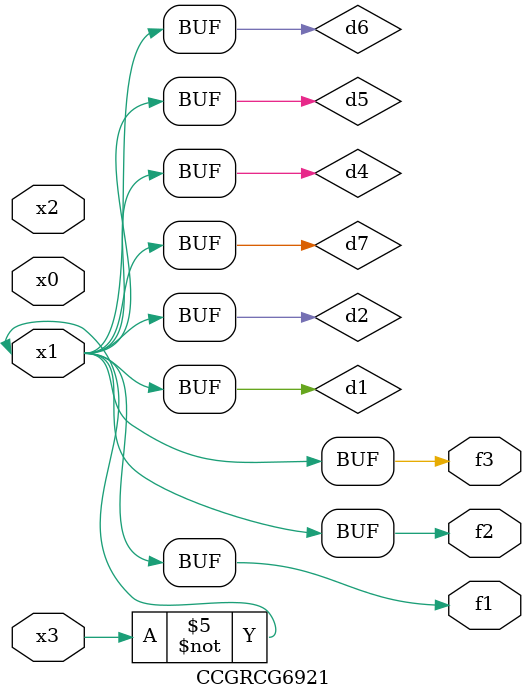
<source format=v>
module CCGRCG6921(
	input x0, x1, x2, x3,
	output f1, f2, f3
);

	wire d1, d2, d3, d4, d5, d6, d7;

	not (d1, x3);
	buf (d2, x1);
	xnor (d3, d1, d2);
	nor (d4, d1);
	buf (d5, d1, d2);
	buf (d6, d4, d5);
	nand (d7, d4);
	assign f1 = d6;
	assign f2 = d7;
	assign f3 = d6;
endmodule

</source>
